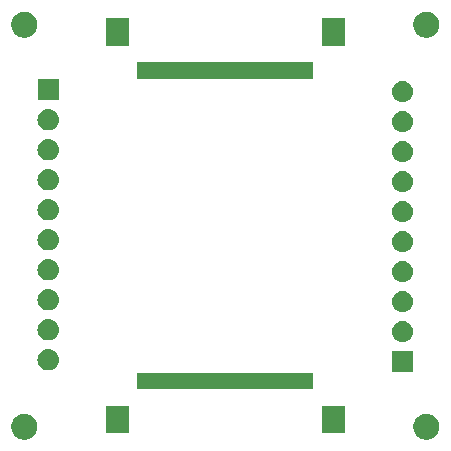
<source format=gts>
G04 #@! TF.GenerationSoftware,KiCad,Pcbnew,(5.1.0)-1*
G04 #@! TF.CreationDate,2019-08-01T13:02:20+05:30*
G04 #@! TF.ProjectId,AR0135_STM32F746G-DISCO_adapter_rev1,41523031-3335-45f5-9354-4d3332463734,rev?*
G04 #@! TF.SameCoordinates,Original*
G04 #@! TF.FileFunction,Soldermask,Top*
G04 #@! TF.FilePolarity,Negative*
%FSLAX46Y46*%
G04 Gerber Fmt 4.6, Leading zero omitted, Abs format (unit mm)*
G04 Created by KiCad (PCBNEW (5.1.0)-1) date 2019-08-01 13:02:20*
%MOMM*%
%LPD*%
G04 APERTURE LIST*
%ADD10C,0.100000*%
G04 APERTURE END LIST*
D10*
G36*
X47234794Y-45940155D02*
G01*
X47341150Y-45961311D01*
X47441334Y-46002809D01*
X47541520Y-46044307D01*
X47721844Y-46164795D01*
X47875205Y-46318156D01*
X47995693Y-46498480D01*
X48078689Y-46698851D01*
X48121000Y-46911560D01*
X48121000Y-47128440D01*
X48078689Y-47341149D01*
X47995693Y-47541520D01*
X47875205Y-47721844D01*
X47721844Y-47875205D01*
X47541520Y-47995693D01*
X47441334Y-48037191D01*
X47341150Y-48078689D01*
X47234794Y-48099845D01*
X47128440Y-48121000D01*
X46911560Y-48121000D01*
X46805205Y-48099844D01*
X46698850Y-48078689D01*
X46598666Y-48037191D01*
X46498480Y-47995693D01*
X46318156Y-47875205D01*
X46164795Y-47721844D01*
X46044307Y-47541520D01*
X45961311Y-47341149D01*
X45919000Y-47128440D01*
X45919000Y-46911560D01*
X45961311Y-46698851D01*
X46044307Y-46498480D01*
X46164795Y-46318156D01*
X46318156Y-46164795D01*
X46498480Y-46044307D01*
X46698850Y-45961311D01*
X46805205Y-45940156D01*
X46911560Y-45919000D01*
X47128440Y-45919000D01*
X47234794Y-45940155D01*
X47234794Y-45940155D01*
G37*
G36*
X13194794Y-45940155D02*
G01*
X13301150Y-45961311D01*
X13401334Y-46002809D01*
X13501520Y-46044307D01*
X13681844Y-46164795D01*
X13835205Y-46318156D01*
X13955693Y-46498480D01*
X14038689Y-46698851D01*
X14081000Y-46911560D01*
X14081000Y-47128440D01*
X14038689Y-47341149D01*
X13955693Y-47541520D01*
X13835205Y-47721844D01*
X13681844Y-47875205D01*
X13501520Y-47995693D01*
X13401334Y-48037191D01*
X13301150Y-48078689D01*
X13194795Y-48099844D01*
X13088440Y-48121000D01*
X12871560Y-48121000D01*
X12765205Y-48099844D01*
X12658850Y-48078689D01*
X12558666Y-48037191D01*
X12458480Y-47995693D01*
X12278156Y-47875205D01*
X12124795Y-47721844D01*
X12004307Y-47541520D01*
X11921311Y-47341149D01*
X11879000Y-47128440D01*
X11879000Y-46911560D01*
X11921311Y-46698851D01*
X12004307Y-46498480D01*
X12124795Y-46318156D01*
X12278156Y-46164795D01*
X12458480Y-46044307D01*
X12558666Y-46002809D01*
X12658850Y-45961311D01*
X12765206Y-45940155D01*
X12871560Y-45919000D01*
X13088440Y-45919000D01*
X13194794Y-45940155D01*
X13194794Y-45940155D01*
G37*
G36*
X21801000Y-47551000D02*
G01*
X19899000Y-47551000D01*
X19899000Y-45249000D01*
X21801000Y-45249000D01*
X21801000Y-47551000D01*
X21801000Y-47551000D01*
G37*
G36*
X40101000Y-47551000D02*
G01*
X38199000Y-47551000D01*
X38199000Y-45249000D01*
X40101000Y-45249000D01*
X40101000Y-47551000D01*
X40101000Y-47551000D01*
G37*
G36*
X37451000Y-43851000D02*
G01*
X22549000Y-43851000D01*
X22549000Y-42449000D01*
X37451000Y-42449000D01*
X37451000Y-43851000D01*
X37451000Y-43851000D01*
G37*
G36*
X45901000Y-42401000D02*
G01*
X44099000Y-42401000D01*
X44099000Y-40599000D01*
X45901000Y-40599000D01*
X45901000Y-42401000D01*
X45901000Y-42401000D01*
G37*
G36*
X15110442Y-40465518D02*
G01*
X15176627Y-40472037D01*
X15346466Y-40523557D01*
X15502991Y-40607222D01*
X15538729Y-40636552D01*
X15640186Y-40719814D01*
X15723448Y-40821271D01*
X15752778Y-40857009D01*
X15836443Y-41013534D01*
X15887963Y-41183373D01*
X15905359Y-41360000D01*
X15887963Y-41536627D01*
X15836443Y-41706466D01*
X15752778Y-41862991D01*
X15723448Y-41898729D01*
X15640186Y-42000186D01*
X15538729Y-42083448D01*
X15502991Y-42112778D01*
X15346466Y-42196443D01*
X15176627Y-42247963D01*
X15110443Y-42254481D01*
X15044260Y-42261000D01*
X14955740Y-42261000D01*
X14889557Y-42254481D01*
X14823373Y-42247963D01*
X14653534Y-42196443D01*
X14497009Y-42112778D01*
X14461271Y-42083448D01*
X14359814Y-42000186D01*
X14276552Y-41898729D01*
X14247222Y-41862991D01*
X14163557Y-41706466D01*
X14112037Y-41536627D01*
X14094641Y-41360000D01*
X14112037Y-41183373D01*
X14163557Y-41013534D01*
X14247222Y-40857009D01*
X14276552Y-40821271D01*
X14359814Y-40719814D01*
X14461271Y-40636552D01*
X14497009Y-40607222D01*
X14653534Y-40523557D01*
X14823373Y-40472037D01*
X14889558Y-40465518D01*
X14955740Y-40459000D01*
X15044260Y-40459000D01*
X15110442Y-40465518D01*
X15110442Y-40465518D01*
G37*
G36*
X45110442Y-38065518D02*
G01*
X45176627Y-38072037D01*
X45346466Y-38123557D01*
X45502991Y-38207222D01*
X45538729Y-38236552D01*
X45640186Y-38319814D01*
X45723448Y-38421271D01*
X45752778Y-38457009D01*
X45836443Y-38613534D01*
X45887963Y-38783373D01*
X45905359Y-38960000D01*
X45887963Y-39136627D01*
X45836443Y-39306466D01*
X45752778Y-39462991D01*
X45723448Y-39498729D01*
X45640186Y-39600186D01*
X45538729Y-39683448D01*
X45502991Y-39712778D01*
X45346466Y-39796443D01*
X45176627Y-39847963D01*
X45110442Y-39854482D01*
X45044260Y-39861000D01*
X44955740Y-39861000D01*
X44889558Y-39854482D01*
X44823373Y-39847963D01*
X44653534Y-39796443D01*
X44497009Y-39712778D01*
X44461271Y-39683448D01*
X44359814Y-39600186D01*
X44276552Y-39498729D01*
X44247222Y-39462991D01*
X44163557Y-39306466D01*
X44112037Y-39136627D01*
X44094641Y-38960000D01*
X44112037Y-38783373D01*
X44163557Y-38613534D01*
X44247222Y-38457009D01*
X44276552Y-38421271D01*
X44359814Y-38319814D01*
X44461271Y-38236552D01*
X44497009Y-38207222D01*
X44653534Y-38123557D01*
X44823373Y-38072037D01*
X44889558Y-38065518D01*
X44955740Y-38059000D01*
X45044260Y-38059000D01*
X45110442Y-38065518D01*
X45110442Y-38065518D01*
G37*
G36*
X15110443Y-37925519D02*
G01*
X15176627Y-37932037D01*
X15346466Y-37983557D01*
X15502991Y-38067222D01*
X15538729Y-38096552D01*
X15640186Y-38179814D01*
X15723448Y-38281271D01*
X15752778Y-38317009D01*
X15836443Y-38473534D01*
X15887963Y-38643373D01*
X15905359Y-38820000D01*
X15887963Y-38996627D01*
X15836443Y-39166466D01*
X15752778Y-39322991D01*
X15723448Y-39358729D01*
X15640186Y-39460186D01*
X15538729Y-39543448D01*
X15502991Y-39572778D01*
X15346466Y-39656443D01*
X15176627Y-39707963D01*
X15110442Y-39714482D01*
X15044260Y-39721000D01*
X14955740Y-39721000D01*
X14889558Y-39714482D01*
X14823373Y-39707963D01*
X14653534Y-39656443D01*
X14497009Y-39572778D01*
X14461271Y-39543448D01*
X14359814Y-39460186D01*
X14276552Y-39358729D01*
X14247222Y-39322991D01*
X14163557Y-39166466D01*
X14112037Y-38996627D01*
X14094641Y-38820000D01*
X14112037Y-38643373D01*
X14163557Y-38473534D01*
X14247222Y-38317009D01*
X14276552Y-38281271D01*
X14359814Y-38179814D01*
X14461271Y-38096552D01*
X14497009Y-38067222D01*
X14653534Y-37983557D01*
X14823373Y-37932037D01*
X14889557Y-37925519D01*
X14955740Y-37919000D01*
X15044260Y-37919000D01*
X15110443Y-37925519D01*
X15110443Y-37925519D01*
G37*
G36*
X45110443Y-35525519D02*
G01*
X45176627Y-35532037D01*
X45346466Y-35583557D01*
X45502991Y-35667222D01*
X45538729Y-35696552D01*
X45640186Y-35779814D01*
X45723448Y-35881271D01*
X45752778Y-35917009D01*
X45836443Y-36073534D01*
X45887963Y-36243373D01*
X45905359Y-36420000D01*
X45887963Y-36596627D01*
X45836443Y-36766466D01*
X45752778Y-36922991D01*
X45723448Y-36958729D01*
X45640186Y-37060186D01*
X45538729Y-37143448D01*
X45502991Y-37172778D01*
X45346466Y-37256443D01*
X45176627Y-37307963D01*
X45110442Y-37314482D01*
X45044260Y-37321000D01*
X44955740Y-37321000D01*
X44889558Y-37314482D01*
X44823373Y-37307963D01*
X44653534Y-37256443D01*
X44497009Y-37172778D01*
X44461271Y-37143448D01*
X44359814Y-37060186D01*
X44276552Y-36958729D01*
X44247222Y-36922991D01*
X44163557Y-36766466D01*
X44112037Y-36596627D01*
X44094641Y-36420000D01*
X44112037Y-36243373D01*
X44163557Y-36073534D01*
X44247222Y-35917009D01*
X44276552Y-35881271D01*
X44359814Y-35779814D01*
X44461271Y-35696552D01*
X44497009Y-35667222D01*
X44653534Y-35583557D01*
X44823373Y-35532037D01*
X44889557Y-35525519D01*
X44955740Y-35519000D01*
X45044260Y-35519000D01*
X45110443Y-35525519D01*
X45110443Y-35525519D01*
G37*
G36*
X15110442Y-35385518D02*
G01*
X15176627Y-35392037D01*
X15346466Y-35443557D01*
X15502991Y-35527222D01*
X15538729Y-35556552D01*
X15640186Y-35639814D01*
X15723448Y-35741271D01*
X15752778Y-35777009D01*
X15836443Y-35933534D01*
X15887963Y-36103373D01*
X15905359Y-36280000D01*
X15887963Y-36456627D01*
X15836443Y-36626466D01*
X15752778Y-36782991D01*
X15723448Y-36818729D01*
X15640186Y-36920186D01*
X15538729Y-37003448D01*
X15502991Y-37032778D01*
X15346466Y-37116443D01*
X15176627Y-37167963D01*
X15110442Y-37174482D01*
X15044260Y-37181000D01*
X14955740Y-37181000D01*
X14889558Y-37174482D01*
X14823373Y-37167963D01*
X14653534Y-37116443D01*
X14497009Y-37032778D01*
X14461271Y-37003448D01*
X14359814Y-36920186D01*
X14276552Y-36818729D01*
X14247222Y-36782991D01*
X14163557Y-36626466D01*
X14112037Y-36456627D01*
X14094641Y-36280000D01*
X14112037Y-36103373D01*
X14163557Y-35933534D01*
X14247222Y-35777009D01*
X14276552Y-35741271D01*
X14359814Y-35639814D01*
X14461271Y-35556552D01*
X14497009Y-35527222D01*
X14653534Y-35443557D01*
X14823373Y-35392037D01*
X14889558Y-35385518D01*
X14955740Y-35379000D01*
X15044260Y-35379000D01*
X15110442Y-35385518D01*
X15110442Y-35385518D01*
G37*
G36*
X45110442Y-32985518D02*
G01*
X45176627Y-32992037D01*
X45346466Y-33043557D01*
X45502991Y-33127222D01*
X45538729Y-33156552D01*
X45640186Y-33239814D01*
X45723448Y-33341271D01*
X45752778Y-33377009D01*
X45836443Y-33533534D01*
X45887963Y-33703373D01*
X45905359Y-33880000D01*
X45887963Y-34056627D01*
X45836443Y-34226466D01*
X45752778Y-34382991D01*
X45723448Y-34418729D01*
X45640186Y-34520186D01*
X45538729Y-34603448D01*
X45502991Y-34632778D01*
X45346466Y-34716443D01*
X45176627Y-34767963D01*
X45110442Y-34774482D01*
X45044260Y-34781000D01*
X44955740Y-34781000D01*
X44889558Y-34774482D01*
X44823373Y-34767963D01*
X44653534Y-34716443D01*
X44497009Y-34632778D01*
X44461271Y-34603448D01*
X44359814Y-34520186D01*
X44276552Y-34418729D01*
X44247222Y-34382991D01*
X44163557Y-34226466D01*
X44112037Y-34056627D01*
X44094641Y-33880000D01*
X44112037Y-33703373D01*
X44163557Y-33533534D01*
X44247222Y-33377009D01*
X44276552Y-33341271D01*
X44359814Y-33239814D01*
X44461271Y-33156552D01*
X44497009Y-33127222D01*
X44653534Y-33043557D01*
X44823373Y-32992037D01*
X44889558Y-32985518D01*
X44955740Y-32979000D01*
X45044260Y-32979000D01*
X45110442Y-32985518D01*
X45110442Y-32985518D01*
G37*
G36*
X15110443Y-32845519D02*
G01*
X15176627Y-32852037D01*
X15346466Y-32903557D01*
X15502991Y-32987222D01*
X15538729Y-33016552D01*
X15640186Y-33099814D01*
X15723448Y-33201271D01*
X15752778Y-33237009D01*
X15836443Y-33393534D01*
X15887963Y-33563373D01*
X15905359Y-33740000D01*
X15887963Y-33916627D01*
X15836443Y-34086466D01*
X15752778Y-34242991D01*
X15723448Y-34278729D01*
X15640186Y-34380186D01*
X15538729Y-34463448D01*
X15502991Y-34492778D01*
X15346466Y-34576443D01*
X15176627Y-34627963D01*
X15110442Y-34634482D01*
X15044260Y-34641000D01*
X14955740Y-34641000D01*
X14889558Y-34634482D01*
X14823373Y-34627963D01*
X14653534Y-34576443D01*
X14497009Y-34492778D01*
X14461271Y-34463448D01*
X14359814Y-34380186D01*
X14276552Y-34278729D01*
X14247222Y-34242991D01*
X14163557Y-34086466D01*
X14112037Y-33916627D01*
X14094641Y-33740000D01*
X14112037Y-33563373D01*
X14163557Y-33393534D01*
X14247222Y-33237009D01*
X14276552Y-33201271D01*
X14359814Y-33099814D01*
X14461271Y-33016552D01*
X14497009Y-32987222D01*
X14653534Y-32903557D01*
X14823373Y-32852037D01*
X14889557Y-32845519D01*
X14955740Y-32839000D01*
X15044260Y-32839000D01*
X15110443Y-32845519D01*
X15110443Y-32845519D01*
G37*
G36*
X45110442Y-30445518D02*
G01*
X45176627Y-30452037D01*
X45346466Y-30503557D01*
X45502991Y-30587222D01*
X45538729Y-30616552D01*
X45640186Y-30699814D01*
X45723448Y-30801271D01*
X45752778Y-30837009D01*
X45836443Y-30993534D01*
X45887963Y-31163373D01*
X45905359Y-31340000D01*
X45887963Y-31516627D01*
X45836443Y-31686466D01*
X45752778Y-31842991D01*
X45723448Y-31878729D01*
X45640186Y-31980186D01*
X45538729Y-32063448D01*
X45502991Y-32092778D01*
X45346466Y-32176443D01*
X45176627Y-32227963D01*
X45110442Y-32234482D01*
X45044260Y-32241000D01*
X44955740Y-32241000D01*
X44889558Y-32234482D01*
X44823373Y-32227963D01*
X44653534Y-32176443D01*
X44497009Y-32092778D01*
X44461271Y-32063448D01*
X44359814Y-31980186D01*
X44276552Y-31878729D01*
X44247222Y-31842991D01*
X44163557Y-31686466D01*
X44112037Y-31516627D01*
X44094641Y-31340000D01*
X44112037Y-31163373D01*
X44163557Y-30993534D01*
X44247222Y-30837009D01*
X44276552Y-30801271D01*
X44359814Y-30699814D01*
X44461271Y-30616552D01*
X44497009Y-30587222D01*
X44653534Y-30503557D01*
X44823373Y-30452037D01*
X44889558Y-30445518D01*
X44955740Y-30439000D01*
X45044260Y-30439000D01*
X45110442Y-30445518D01*
X45110442Y-30445518D01*
G37*
G36*
X15110442Y-30305518D02*
G01*
X15176627Y-30312037D01*
X15346466Y-30363557D01*
X15502991Y-30447222D01*
X15538729Y-30476552D01*
X15640186Y-30559814D01*
X15723448Y-30661271D01*
X15752778Y-30697009D01*
X15836443Y-30853534D01*
X15887963Y-31023373D01*
X15905359Y-31200000D01*
X15887963Y-31376627D01*
X15836443Y-31546466D01*
X15752778Y-31702991D01*
X15723448Y-31738729D01*
X15640186Y-31840186D01*
X15538729Y-31923448D01*
X15502991Y-31952778D01*
X15346466Y-32036443D01*
X15176627Y-32087963D01*
X15110442Y-32094482D01*
X15044260Y-32101000D01*
X14955740Y-32101000D01*
X14889558Y-32094482D01*
X14823373Y-32087963D01*
X14653534Y-32036443D01*
X14497009Y-31952778D01*
X14461271Y-31923448D01*
X14359814Y-31840186D01*
X14276552Y-31738729D01*
X14247222Y-31702991D01*
X14163557Y-31546466D01*
X14112037Y-31376627D01*
X14094641Y-31200000D01*
X14112037Y-31023373D01*
X14163557Y-30853534D01*
X14247222Y-30697009D01*
X14276552Y-30661271D01*
X14359814Y-30559814D01*
X14461271Y-30476552D01*
X14497009Y-30447222D01*
X14653534Y-30363557D01*
X14823373Y-30312037D01*
X14889558Y-30305518D01*
X14955740Y-30299000D01*
X15044260Y-30299000D01*
X15110442Y-30305518D01*
X15110442Y-30305518D01*
G37*
G36*
X45110442Y-27905518D02*
G01*
X45176627Y-27912037D01*
X45346466Y-27963557D01*
X45502991Y-28047222D01*
X45538729Y-28076552D01*
X45640186Y-28159814D01*
X45723448Y-28261271D01*
X45752778Y-28297009D01*
X45836443Y-28453534D01*
X45887963Y-28623373D01*
X45905359Y-28800000D01*
X45887963Y-28976627D01*
X45836443Y-29146466D01*
X45752778Y-29302991D01*
X45723448Y-29338729D01*
X45640186Y-29440186D01*
X45538729Y-29523448D01*
X45502991Y-29552778D01*
X45346466Y-29636443D01*
X45176627Y-29687963D01*
X45110442Y-29694482D01*
X45044260Y-29701000D01*
X44955740Y-29701000D01*
X44889558Y-29694482D01*
X44823373Y-29687963D01*
X44653534Y-29636443D01*
X44497009Y-29552778D01*
X44461271Y-29523448D01*
X44359814Y-29440186D01*
X44276552Y-29338729D01*
X44247222Y-29302991D01*
X44163557Y-29146466D01*
X44112037Y-28976627D01*
X44094641Y-28800000D01*
X44112037Y-28623373D01*
X44163557Y-28453534D01*
X44247222Y-28297009D01*
X44276552Y-28261271D01*
X44359814Y-28159814D01*
X44461271Y-28076552D01*
X44497009Y-28047222D01*
X44653534Y-27963557D01*
X44823373Y-27912037D01*
X44889558Y-27905518D01*
X44955740Y-27899000D01*
X45044260Y-27899000D01*
X45110442Y-27905518D01*
X45110442Y-27905518D01*
G37*
G36*
X15110442Y-27765518D02*
G01*
X15176627Y-27772037D01*
X15346466Y-27823557D01*
X15502991Y-27907222D01*
X15538729Y-27936552D01*
X15640186Y-28019814D01*
X15723448Y-28121271D01*
X15752778Y-28157009D01*
X15836443Y-28313534D01*
X15887963Y-28483373D01*
X15905359Y-28660000D01*
X15887963Y-28836627D01*
X15836443Y-29006466D01*
X15752778Y-29162991D01*
X15723448Y-29198729D01*
X15640186Y-29300186D01*
X15538729Y-29383448D01*
X15502991Y-29412778D01*
X15346466Y-29496443D01*
X15176627Y-29547963D01*
X15110442Y-29554482D01*
X15044260Y-29561000D01*
X14955740Y-29561000D01*
X14889558Y-29554482D01*
X14823373Y-29547963D01*
X14653534Y-29496443D01*
X14497009Y-29412778D01*
X14461271Y-29383448D01*
X14359814Y-29300186D01*
X14276552Y-29198729D01*
X14247222Y-29162991D01*
X14163557Y-29006466D01*
X14112037Y-28836627D01*
X14094641Y-28660000D01*
X14112037Y-28483373D01*
X14163557Y-28313534D01*
X14247222Y-28157009D01*
X14276552Y-28121271D01*
X14359814Y-28019814D01*
X14461271Y-27936552D01*
X14497009Y-27907222D01*
X14653534Y-27823557D01*
X14823373Y-27772037D01*
X14889558Y-27765518D01*
X14955740Y-27759000D01*
X15044260Y-27759000D01*
X15110442Y-27765518D01*
X15110442Y-27765518D01*
G37*
G36*
X45110443Y-25365519D02*
G01*
X45176627Y-25372037D01*
X45346466Y-25423557D01*
X45502991Y-25507222D01*
X45538729Y-25536552D01*
X45640186Y-25619814D01*
X45723448Y-25721271D01*
X45752778Y-25757009D01*
X45836443Y-25913534D01*
X45887963Y-26083373D01*
X45905359Y-26260000D01*
X45887963Y-26436627D01*
X45836443Y-26606466D01*
X45752778Y-26762991D01*
X45723448Y-26798729D01*
X45640186Y-26900186D01*
X45538729Y-26983448D01*
X45502991Y-27012778D01*
X45346466Y-27096443D01*
X45176627Y-27147963D01*
X45110442Y-27154482D01*
X45044260Y-27161000D01*
X44955740Y-27161000D01*
X44889558Y-27154482D01*
X44823373Y-27147963D01*
X44653534Y-27096443D01*
X44497009Y-27012778D01*
X44461271Y-26983448D01*
X44359814Y-26900186D01*
X44276552Y-26798729D01*
X44247222Y-26762991D01*
X44163557Y-26606466D01*
X44112037Y-26436627D01*
X44094641Y-26260000D01*
X44112037Y-26083373D01*
X44163557Y-25913534D01*
X44247222Y-25757009D01*
X44276552Y-25721271D01*
X44359814Y-25619814D01*
X44461271Y-25536552D01*
X44497009Y-25507222D01*
X44653534Y-25423557D01*
X44823373Y-25372037D01*
X44889557Y-25365519D01*
X44955740Y-25359000D01*
X45044260Y-25359000D01*
X45110443Y-25365519D01*
X45110443Y-25365519D01*
G37*
G36*
X15110443Y-25225519D02*
G01*
X15176627Y-25232037D01*
X15346466Y-25283557D01*
X15502991Y-25367222D01*
X15538729Y-25396552D01*
X15640186Y-25479814D01*
X15723448Y-25581271D01*
X15752778Y-25617009D01*
X15836443Y-25773534D01*
X15887963Y-25943373D01*
X15905359Y-26120000D01*
X15887963Y-26296627D01*
X15836443Y-26466466D01*
X15752778Y-26622991D01*
X15723448Y-26658729D01*
X15640186Y-26760186D01*
X15538729Y-26843448D01*
X15502991Y-26872778D01*
X15346466Y-26956443D01*
X15176627Y-27007963D01*
X15110442Y-27014482D01*
X15044260Y-27021000D01*
X14955740Y-27021000D01*
X14889558Y-27014482D01*
X14823373Y-27007963D01*
X14653534Y-26956443D01*
X14497009Y-26872778D01*
X14461271Y-26843448D01*
X14359814Y-26760186D01*
X14276552Y-26658729D01*
X14247222Y-26622991D01*
X14163557Y-26466466D01*
X14112037Y-26296627D01*
X14094641Y-26120000D01*
X14112037Y-25943373D01*
X14163557Y-25773534D01*
X14247222Y-25617009D01*
X14276552Y-25581271D01*
X14359814Y-25479814D01*
X14461271Y-25396552D01*
X14497009Y-25367222D01*
X14653534Y-25283557D01*
X14823373Y-25232037D01*
X14889558Y-25225518D01*
X14955740Y-25219000D01*
X15044260Y-25219000D01*
X15110443Y-25225519D01*
X15110443Y-25225519D01*
G37*
G36*
X45110443Y-22825519D02*
G01*
X45176627Y-22832037D01*
X45346466Y-22883557D01*
X45502991Y-22967222D01*
X45538729Y-22996552D01*
X45640186Y-23079814D01*
X45723448Y-23181271D01*
X45752778Y-23217009D01*
X45836443Y-23373534D01*
X45887963Y-23543373D01*
X45905359Y-23720000D01*
X45887963Y-23896627D01*
X45836443Y-24066466D01*
X45752778Y-24222991D01*
X45723448Y-24258729D01*
X45640186Y-24360186D01*
X45538729Y-24443448D01*
X45502991Y-24472778D01*
X45346466Y-24556443D01*
X45176627Y-24607963D01*
X45110443Y-24614481D01*
X45044260Y-24621000D01*
X44955740Y-24621000D01*
X44889557Y-24614481D01*
X44823373Y-24607963D01*
X44653534Y-24556443D01*
X44497009Y-24472778D01*
X44461271Y-24443448D01*
X44359814Y-24360186D01*
X44276552Y-24258729D01*
X44247222Y-24222991D01*
X44163557Y-24066466D01*
X44112037Y-23896627D01*
X44094641Y-23720000D01*
X44112037Y-23543373D01*
X44163557Y-23373534D01*
X44247222Y-23217009D01*
X44276552Y-23181271D01*
X44359814Y-23079814D01*
X44461271Y-22996552D01*
X44497009Y-22967222D01*
X44653534Y-22883557D01*
X44823373Y-22832037D01*
X44889557Y-22825519D01*
X44955740Y-22819000D01*
X45044260Y-22819000D01*
X45110443Y-22825519D01*
X45110443Y-22825519D01*
G37*
G36*
X15110443Y-22685519D02*
G01*
X15176627Y-22692037D01*
X15346466Y-22743557D01*
X15502991Y-22827222D01*
X15538729Y-22856552D01*
X15640186Y-22939814D01*
X15723448Y-23041271D01*
X15752778Y-23077009D01*
X15836443Y-23233534D01*
X15887963Y-23403373D01*
X15905359Y-23580000D01*
X15887963Y-23756627D01*
X15836443Y-23926466D01*
X15752778Y-24082991D01*
X15723448Y-24118729D01*
X15640186Y-24220186D01*
X15538729Y-24303448D01*
X15502991Y-24332778D01*
X15346466Y-24416443D01*
X15176627Y-24467963D01*
X15110442Y-24474482D01*
X15044260Y-24481000D01*
X14955740Y-24481000D01*
X14889558Y-24474482D01*
X14823373Y-24467963D01*
X14653534Y-24416443D01*
X14497009Y-24332778D01*
X14461271Y-24303448D01*
X14359814Y-24220186D01*
X14276552Y-24118729D01*
X14247222Y-24082991D01*
X14163557Y-23926466D01*
X14112037Y-23756627D01*
X14094641Y-23580000D01*
X14112037Y-23403373D01*
X14163557Y-23233534D01*
X14247222Y-23077009D01*
X14276552Y-23041271D01*
X14359814Y-22939814D01*
X14461271Y-22856552D01*
X14497009Y-22827222D01*
X14653534Y-22743557D01*
X14823373Y-22692037D01*
X14889557Y-22685519D01*
X14955740Y-22679000D01*
X15044260Y-22679000D01*
X15110443Y-22685519D01*
X15110443Y-22685519D01*
G37*
G36*
X45110443Y-20285519D02*
G01*
X45176627Y-20292037D01*
X45346466Y-20343557D01*
X45502991Y-20427222D01*
X45538729Y-20456552D01*
X45640186Y-20539814D01*
X45723448Y-20641271D01*
X45752778Y-20677009D01*
X45836443Y-20833534D01*
X45887963Y-21003373D01*
X45905359Y-21180000D01*
X45887963Y-21356627D01*
X45836443Y-21526466D01*
X45752778Y-21682991D01*
X45723448Y-21718729D01*
X45640186Y-21820186D01*
X45538729Y-21903448D01*
X45502991Y-21932778D01*
X45346466Y-22016443D01*
X45176627Y-22067963D01*
X45110442Y-22074482D01*
X45044260Y-22081000D01*
X44955740Y-22081000D01*
X44889557Y-22074481D01*
X44823373Y-22067963D01*
X44653534Y-22016443D01*
X44497009Y-21932778D01*
X44461271Y-21903448D01*
X44359814Y-21820186D01*
X44276552Y-21718729D01*
X44247222Y-21682991D01*
X44163557Y-21526466D01*
X44112037Y-21356627D01*
X44094641Y-21180000D01*
X44112037Y-21003373D01*
X44163557Y-20833534D01*
X44247222Y-20677009D01*
X44276552Y-20641271D01*
X44359814Y-20539814D01*
X44461271Y-20456552D01*
X44497009Y-20427222D01*
X44653534Y-20343557D01*
X44823373Y-20292037D01*
X44889557Y-20285519D01*
X44955740Y-20279000D01*
X45044260Y-20279000D01*
X45110443Y-20285519D01*
X45110443Y-20285519D01*
G37*
G36*
X15110443Y-20145519D02*
G01*
X15176627Y-20152037D01*
X15346466Y-20203557D01*
X15502991Y-20287222D01*
X15538729Y-20316552D01*
X15640186Y-20399814D01*
X15723448Y-20501271D01*
X15752778Y-20537009D01*
X15836443Y-20693534D01*
X15887963Y-20863373D01*
X15905359Y-21040000D01*
X15887963Y-21216627D01*
X15836443Y-21386466D01*
X15752778Y-21542991D01*
X15723448Y-21578729D01*
X15640186Y-21680186D01*
X15538729Y-21763448D01*
X15502991Y-21792778D01*
X15346466Y-21876443D01*
X15176627Y-21927963D01*
X15110443Y-21934481D01*
X15044260Y-21941000D01*
X14955740Y-21941000D01*
X14889557Y-21934481D01*
X14823373Y-21927963D01*
X14653534Y-21876443D01*
X14497009Y-21792778D01*
X14461271Y-21763448D01*
X14359814Y-21680186D01*
X14276552Y-21578729D01*
X14247222Y-21542991D01*
X14163557Y-21386466D01*
X14112037Y-21216627D01*
X14094641Y-21040000D01*
X14112037Y-20863373D01*
X14163557Y-20693534D01*
X14247222Y-20537009D01*
X14276552Y-20501271D01*
X14359814Y-20399814D01*
X14461271Y-20316552D01*
X14497009Y-20287222D01*
X14653534Y-20203557D01*
X14823373Y-20152037D01*
X14889557Y-20145519D01*
X14955740Y-20139000D01*
X15044260Y-20139000D01*
X15110443Y-20145519D01*
X15110443Y-20145519D01*
G37*
G36*
X45110442Y-17745518D02*
G01*
X45176627Y-17752037D01*
X45346466Y-17803557D01*
X45502991Y-17887222D01*
X45538729Y-17916552D01*
X45640186Y-17999814D01*
X45723448Y-18101271D01*
X45752778Y-18137009D01*
X45836443Y-18293534D01*
X45887963Y-18463373D01*
X45905359Y-18640000D01*
X45887963Y-18816627D01*
X45836443Y-18986466D01*
X45752778Y-19142991D01*
X45723448Y-19178729D01*
X45640186Y-19280186D01*
X45538729Y-19363448D01*
X45502991Y-19392778D01*
X45346466Y-19476443D01*
X45176627Y-19527963D01*
X45110443Y-19534481D01*
X45044260Y-19541000D01*
X44955740Y-19541000D01*
X44889557Y-19534481D01*
X44823373Y-19527963D01*
X44653534Y-19476443D01*
X44497009Y-19392778D01*
X44461271Y-19363448D01*
X44359814Y-19280186D01*
X44276552Y-19178729D01*
X44247222Y-19142991D01*
X44163557Y-18986466D01*
X44112037Y-18816627D01*
X44094641Y-18640000D01*
X44112037Y-18463373D01*
X44163557Y-18293534D01*
X44247222Y-18137009D01*
X44276552Y-18101271D01*
X44359814Y-17999814D01*
X44461271Y-17916552D01*
X44497009Y-17887222D01*
X44653534Y-17803557D01*
X44823373Y-17752037D01*
X44889558Y-17745518D01*
X44955740Y-17739000D01*
X45044260Y-17739000D01*
X45110442Y-17745518D01*
X45110442Y-17745518D01*
G37*
G36*
X15901000Y-19401000D02*
G01*
X14099000Y-19401000D01*
X14099000Y-17599000D01*
X15901000Y-17599000D01*
X15901000Y-19401000D01*
X15901000Y-19401000D01*
G37*
G36*
X37451000Y-17551000D02*
G01*
X22549000Y-17551000D01*
X22549000Y-16149000D01*
X37451000Y-16149000D01*
X37451000Y-17551000D01*
X37451000Y-17551000D01*
G37*
G36*
X40101000Y-14751000D02*
G01*
X38199000Y-14751000D01*
X38199000Y-12449000D01*
X40101000Y-12449000D01*
X40101000Y-14751000D01*
X40101000Y-14751000D01*
G37*
G36*
X21801000Y-14751000D02*
G01*
X19899000Y-14751000D01*
X19899000Y-12449000D01*
X21801000Y-12449000D01*
X21801000Y-14751000D01*
X21801000Y-14751000D01*
G37*
G36*
X13194794Y-11900155D02*
G01*
X13301150Y-11921311D01*
X13501520Y-12004307D01*
X13681844Y-12124795D01*
X13835205Y-12278156D01*
X13955693Y-12458480D01*
X14038689Y-12658851D01*
X14081000Y-12871560D01*
X14081000Y-13088440D01*
X14038689Y-13301149D01*
X13955693Y-13501520D01*
X13835205Y-13681844D01*
X13681844Y-13835205D01*
X13501520Y-13955693D01*
X13401334Y-13997191D01*
X13301150Y-14038689D01*
X13194795Y-14059844D01*
X13088440Y-14081000D01*
X12871560Y-14081000D01*
X12765205Y-14059844D01*
X12658850Y-14038689D01*
X12558666Y-13997191D01*
X12458480Y-13955693D01*
X12278156Y-13835205D01*
X12124795Y-13681844D01*
X12004307Y-13501520D01*
X11921311Y-13301149D01*
X11879000Y-13088440D01*
X11879000Y-12871560D01*
X11921311Y-12658851D01*
X12004307Y-12458480D01*
X12124795Y-12278156D01*
X12278156Y-12124795D01*
X12458480Y-12004307D01*
X12658850Y-11921311D01*
X12765206Y-11900155D01*
X12871560Y-11879000D01*
X13088440Y-11879000D01*
X13194794Y-11900155D01*
X13194794Y-11900155D01*
G37*
G36*
X47234794Y-11900155D02*
G01*
X47341150Y-11921311D01*
X47541520Y-12004307D01*
X47721844Y-12124795D01*
X47875205Y-12278156D01*
X47995693Y-12458480D01*
X48078689Y-12658851D01*
X48121000Y-12871560D01*
X48121000Y-13088440D01*
X48078689Y-13301149D01*
X47995693Y-13501520D01*
X47875205Y-13681844D01*
X47721844Y-13835205D01*
X47541520Y-13955693D01*
X47441334Y-13997191D01*
X47341150Y-14038689D01*
X47234795Y-14059844D01*
X47128440Y-14081000D01*
X46911560Y-14081000D01*
X46805205Y-14059844D01*
X46698850Y-14038689D01*
X46598666Y-13997191D01*
X46498480Y-13955693D01*
X46318156Y-13835205D01*
X46164795Y-13681844D01*
X46044307Y-13501520D01*
X45961311Y-13301149D01*
X45919000Y-13088440D01*
X45919000Y-12871560D01*
X45961311Y-12658851D01*
X46044307Y-12458480D01*
X46164795Y-12278156D01*
X46318156Y-12124795D01*
X46498480Y-12004307D01*
X46698850Y-11921311D01*
X46805206Y-11900155D01*
X46911560Y-11879000D01*
X47128440Y-11879000D01*
X47234794Y-11900155D01*
X47234794Y-11900155D01*
G37*
M02*

</source>
